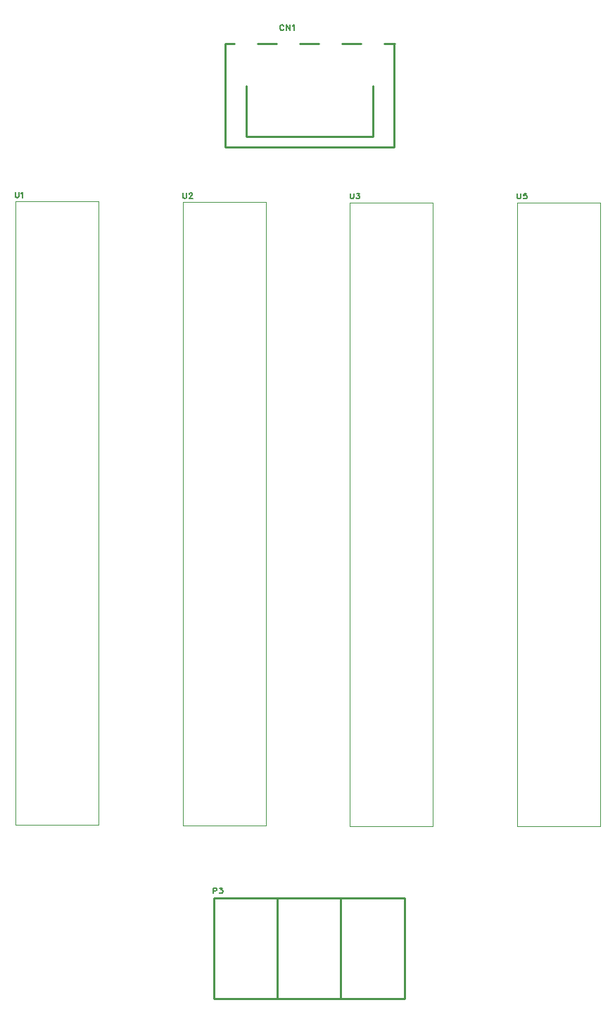
<source format=gto>
G04 Layer: TopSilkscreenLayer*
G04 EasyEDA Pro v2.2.45.4, 2025-12-09 12:56:18*
G04 Gerber Generator version 0.3*
G04 Scale: 100 percent, Rotated: No, Reflected: No*
G04 Dimensions in millimeters*
G04 Leading zeros omitted, absolute positions, 4 integers and 5 decimals*
G04 Generated by one-click*
%FSLAX45Y45*%
%MOMM*%
%ADD10C,0.1524*%
%ADD11C,0.12*%
%ADD12C,0.254*%
%ADD13C,0.2366*%
G75*


G04 Text Start*
G54D10*
G01X1899321Y-3049366D02*
G01X1899321Y-3095848D01*
G01X1902369Y-3104992D01*
G01X1908719Y-3111342D01*
G01X1917863Y-3114390D01*
G01X1924213Y-3114390D01*
G01X1933357Y-3111342D01*
G01X1939453Y-3104992D01*
G01X1942755Y-3095848D01*
G01X1942755Y-3049366D01*
G01X1972981Y-3061812D02*
G01X1979077Y-3058510D01*
G01X1988221Y-3049366D01*
G01X1988221Y-3114390D01*
G01X4280522Y-11417866D02*
G01X4280522Y-11482890D01*
G01X4280522Y-11417866D02*
G01X4308462Y-11417866D01*
G01X4317606Y-11420914D01*
G01X4320654Y-11423962D01*
G01X4323956Y-11430312D01*
G01X4323956Y-11439456D01*
G01X4320654Y-11445552D01*
G01X4317606Y-11448854D01*
G01X4308462Y-11451902D01*
G01X4280522Y-11451902D01*
G01X4360278Y-11417866D02*
G01X4394314Y-11417866D01*
G01X4375772Y-11442504D01*
G01X4384916Y-11442504D01*
G01X4391266Y-11445552D01*
G01X4394314Y-11448854D01*
G01X4397362Y-11457998D01*
G01X4397362Y-11464348D01*
G01X4394314Y-11473492D01*
G01X4388218Y-11479842D01*
G01X4378820Y-11482890D01*
G01X4369422Y-11482890D01*
G01X4360278Y-11479842D01*
G01X4357230Y-11476540D01*
G01X4354182Y-11470444D01*
G01X3916141Y-3056986D02*
G01X3916141Y-3103468D01*
G01X3919189Y-3112612D01*
G01X3925539Y-3118962D01*
G01X3934683Y-3122010D01*
G01X3941033Y-3122010D01*
G01X3950177Y-3118962D01*
G01X3956273Y-3112612D01*
G01X3959575Y-3103468D01*
G01X3959575Y-3056986D01*
G01X3992849Y-3072480D02*
G01X3992849Y-3069432D01*
G01X3995897Y-3063082D01*
G01X3998945Y-3060034D01*
G01X4005041Y-3056986D01*
G01X4017487Y-3056986D01*
G01X4023837Y-3060034D01*
G01X4026885Y-3063082D01*
G01X4029933Y-3069432D01*
G01X4029933Y-3075528D01*
G01X4026885Y-3081624D01*
G01X4020535Y-3091022D01*
G01X3989801Y-3122010D01*
G01X4032981Y-3122010D01*
G01X5927821Y-3062066D02*
G01X5927821Y-3108548D01*
G01X5930869Y-3117692D01*
G01X5937219Y-3124042D01*
G01X5946363Y-3127090D01*
G01X5952713Y-3127090D01*
G01X5961857Y-3124042D01*
G01X5967953Y-3117692D01*
G01X5971255Y-3108548D01*
G01X5971255Y-3062066D01*
G01X6007577Y-3062066D02*
G01X6041613Y-3062066D01*
G01X6023071Y-3086704D01*
G01X6032215Y-3086704D01*
G01X6038565Y-3089752D01*
G01X6041613Y-3093054D01*
G01X6044661Y-3102198D01*
G01X6044661Y-3108548D01*
G01X6041613Y-3117692D01*
G01X6035517Y-3124042D01*
G01X6026119Y-3127090D01*
G01X6016721Y-3127090D01*
G01X6007577Y-3124042D01*
G01X6004529Y-3120740D01*
G01X6001481Y-3114644D01*
G01X7939501Y-3062066D02*
G01X7939501Y-3108548D01*
G01X7942549Y-3117692D01*
G01X7948899Y-3124042D01*
G01X7958043Y-3127090D01*
G01X7964393Y-3127090D01*
G01X7973537Y-3124042D01*
G01X7979633Y-3117692D01*
G01X7982935Y-3108548D01*
G01X7982935Y-3062066D01*
G01X8050245Y-3062066D02*
G01X8019257Y-3062066D01*
G01X8016209Y-3089752D01*
G01X8019257Y-3086704D01*
G01X8028401Y-3083656D01*
G01X8037799Y-3083656D01*
G01X8047197Y-3086704D01*
G01X8053293Y-3093054D01*
G01X8056341Y-3102198D01*
G01X8056341Y-3108548D01*
G01X8053293Y-3117692D01*
G01X8047197Y-3124042D01*
G01X8037799Y-3127090D01*
G01X8028401Y-3127090D01*
G01X8019257Y-3124042D01*
G01X8016209Y-3120740D01*
G01X8013161Y-3114644D01*
G01X5131403Y-1050862D02*
G01X5128355Y-1044512D01*
G01X5122005Y-1038416D01*
G01X5115909Y-1035368D01*
G01X5103463Y-1035368D01*
G01X5097367Y-1038416D01*
G01X5091017Y-1044512D01*
G01X5087969Y-1050862D01*
G01X5084921Y-1060006D01*
G01X5084921Y-1075500D01*
G01X5087969Y-1084898D01*
G01X5091017Y-1090994D01*
G01X5097367Y-1097344D01*
G01X5103463Y-1100392D01*
G01X5115909Y-1100392D01*
G01X5122005Y-1097344D01*
G01X5128355Y-1090994D01*
G01X5131403Y-1084898D01*
G01X5161629Y-1035368D02*
G01X5161629Y-1100392D01*
G01X5161629Y-1035368D02*
G01X5204809Y-1100392D01*
G01X5204809Y-1035368D02*
G01X5204809Y-1100392D01*
G01X5235035Y-1047814D02*
G01X5241131Y-1044512D01*
G01X5250275Y-1035368D01*
G01X5250275Y-1100392D01*
G04 Text End*

G04 PolygonModel Start*
G54D11*
G01X1947701Y-3162300D02*
G01X2847699Y-3162300D01*
G01X2897699Y-3162300D02*
G01X2897699Y-10662285D01*
G01X2847699Y-10662285D02*
G01X1947701Y-10662285D01*
G01X1897701Y-10662285D02*
G01X1897701Y-3162300D01*
G01X2847699Y-3162300D02*
G01X2897699Y-3162300D01*
G01X1897701Y-3162300D02*
G01X1947701Y-3162300D01*
G01X2847699Y-10662285D02*
G01X2897699Y-10662285D01*
G01X1897701Y-10662285D02*
G01X1947701Y-10662285D01*
G54D12*
G01X5054615Y-11555009D02*
G01X5054615Y-12750002D01*
G01X5816600Y-11554998D02*
G01X5816600Y-12749995D01*
G01X6585598Y-11537500D02*
G01X6585598Y-12747498D01*
G01X6585598Y-12747498D02*
G01X4285602Y-12747498D01*
G01X4285602Y-12747498D02*
G01X4285602Y-11537500D01*
G01X4285602Y-11537500D02*
G01X6585598Y-11537500D01*
G54D11*
G01X3964521Y-3169920D02*
G01X4864519Y-3169920D01*
G01X4914519Y-3169920D02*
G01X4914519Y-10669905D01*
G01X4864519Y-10669905D02*
G01X3964521Y-10669905D01*
G01X3914521Y-10669905D02*
G01X3914521Y-3169920D01*
G01X4864519Y-3169920D02*
G01X4914519Y-3169920D01*
G01X3914521Y-3169920D02*
G01X3964521Y-3169920D01*
G01X4864519Y-10669905D02*
G01X4914519Y-10669905D01*
G01X3914521Y-10669905D02*
G01X3964521Y-10669905D01*
G01X5976201Y-3175000D02*
G01X6876199Y-3175000D01*
G01X6926199Y-3175000D02*
G01X6926199Y-10674985D01*
G01X6876199Y-10674985D02*
G01X5976201Y-10674985D01*
G01X5926201Y-10674985D02*
G01X5926201Y-3175000D01*
G01X6876199Y-3175000D02*
G01X6926199Y-3175000D01*
G01X5926201Y-3175000D02*
G01X5976201Y-3175000D01*
G01X6876199Y-10674985D02*
G01X6926199Y-10674985D01*
G01X5926201Y-10674985D02*
G01X5976201Y-10674985D01*
G01X7987881Y-3175000D02*
G01X8887879Y-3175000D01*
G01X8937879Y-3175000D02*
G01X8937879Y-10674985D01*
G01X8887879Y-10674985D02*
G01X7987881Y-10674985D01*
G01X7937881Y-10674985D02*
G01X7937881Y-3175000D01*
G01X8887879Y-3175000D02*
G01X8937879Y-3175000D01*
G01X7937881Y-3175000D02*
G01X7987881Y-3175000D01*
G01X8887879Y-10674985D02*
G01X8937879Y-10674985D01*
G01X7937881Y-10674985D02*
G01X7987881Y-10674985D01*
G54D12*
G01X4678000Y-1766400D02*
G01X4678000Y-2376000D01*
G01X4678000Y-2376000D02*
G01X6202000Y-2376000D01*
G01X6202000Y-2376000D02*
G01X6202000Y-1766400D01*
G01X6342104Y-1258400D02*
G01X6468700Y-1258400D01*
G01X5834104Y-1258400D02*
G01X6061896Y-1258400D01*
G01X5326104Y-1258400D02*
G01X5553896Y-1258400D01*
G01X4818104Y-1258400D02*
G01X5045896Y-1258400D01*
G01X6354400Y-1258400D02*
G01X6456000Y-1258400D01*
G01X6456000Y-1258400D02*
G01X6456000Y-2249000D01*
G01X6456000Y-2249000D02*
G01X6456000Y-2503000D01*
G01X6456000Y-2503000D02*
G01X4424000Y-2503000D01*
G01X4424000Y-2503000D02*
G01X4424000Y-1258400D01*
G01X4424000Y-1258400D02*
G01X4537896Y-1258400D01*

M02*


</source>
